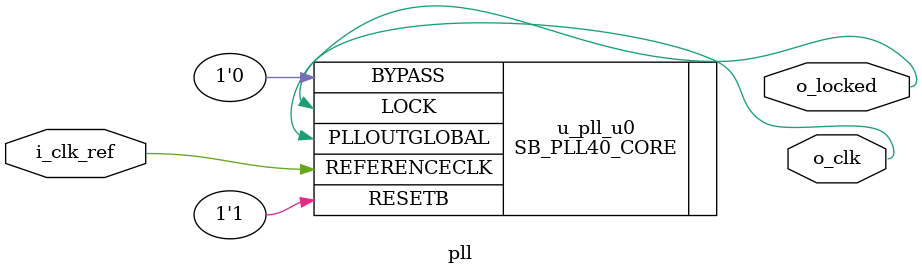
<source format=v>
/**
 * PLL configuration
 *
 * This Verilog module was generated automatically
 * using the icepll tool from the IceStorm project.
 * Use at your own risk.
 *
 * Given input frequency:        12.000 MHz
 * Requested output frequency:   99.000 MHz
 * Achieved output frequency:    99.000 MHz
 */

module pll (
    input  wire		i_clk_ref,
    output wire		o_clk,
    output wire   	o_locked
);

    SB_PLL40_CORE #(
        .FEEDBACK_PATH  ( "SIMPLE"      ),
        .DIVR           ( 4'b0000       ),   	// DIVR =  0
        .DIVF           ( 7'b1000001    ),      // DIVF = 65
        .DIVQ           ( 3'b011        ),      // DIVQ =  3
        .FILTER_RANGE   ( 3'b001        )       // FILTER_RANGE = 1
    ) u_pll_u0 (
        .LOCK           ( o_locked      ),
        .RESETB         ( 1'b1          ),
        .BYPASS         ( 1'b0          ),
        .REFERENCECLK   ( i_clk_ref     ),
        .PLLOUTGLOBAL   ( o_clk       	)
    );

endmodule

</source>
